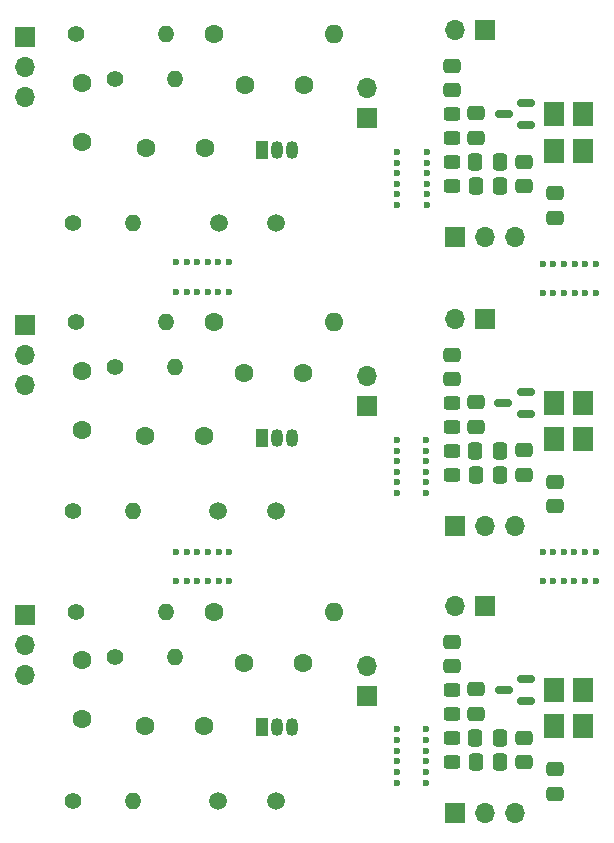
<source format=gbr>
%TF.GenerationSoftware,KiCad,Pcbnew,(6.0.4)*%
%TF.CreationDate,2022-07-15T22:22:15+03:00*%
%TF.ProjectId,panelized,70616e65-6c69-47a6-9564-2e6b69636164,rev?*%
%TF.SameCoordinates,Original*%
%TF.FileFunction,Soldermask,Top*%
%TF.FilePolarity,Negative*%
%FSLAX46Y46*%
G04 Gerber Fmt 4.6, Leading zero omitted, Abs format (unit mm)*
G04 Created by KiCad (PCBNEW (6.0.4)) date 2022-07-15 22:22:15*
%MOMM*%
%LPD*%
G01*
G04 APERTURE LIST*
G04 Aperture macros list*
%AMRoundRect*
0 Rectangle with rounded corners*
0 $1 Rounding radius*
0 $2 $3 $4 $5 $6 $7 $8 $9 X,Y pos of 4 corners*
0 Add a 4 corners polygon primitive as box body*
4,1,4,$2,$3,$4,$5,$6,$7,$8,$9,$2,$3,0*
0 Add four circle primitives for the rounded corners*
1,1,$1+$1,$2,$3*
1,1,$1+$1,$4,$5*
1,1,$1+$1,$6,$7*
1,1,$1+$1,$8,$9*
0 Add four rect primitives between the rounded corners*
20,1,$1+$1,$2,$3,$4,$5,0*
20,1,$1+$1,$4,$5,$6,$7,0*
20,1,$1+$1,$6,$7,$8,$9,0*
20,1,$1+$1,$8,$9,$2,$3,0*%
G04 Aperture macros list end*
%ADD10C,0.600000*%
%ADD11RoundRect,0.250000X0.450000X-0.325000X0.450000X0.325000X-0.450000X0.325000X-0.450000X-0.325000X0*%
%ADD12R,1.800000X2.100000*%
%ADD13RoundRect,0.250000X0.337500X0.475000X-0.337500X0.475000X-0.337500X-0.475000X0.337500X-0.475000X0*%
%ADD14RoundRect,0.250000X-0.475000X0.337500X-0.475000X-0.337500X0.475000X-0.337500X0.475000X0.337500X0*%
%ADD15R,1.700000X1.700000*%
%ADD16O,1.700000X1.700000*%
%ADD17RoundRect,0.150000X0.587500X0.150000X-0.587500X0.150000X-0.587500X-0.150000X0.587500X-0.150000X0*%
%ADD18RoundRect,0.250000X-0.337500X-0.475000X0.337500X-0.475000X0.337500X0.475000X-0.337500X0.475000X0*%
%ADD19RoundRect,0.250000X0.475000X-0.337500X0.475000X0.337500X-0.475000X0.337500X-0.475000X-0.337500X0*%
%ADD20C,1.400000*%
%ADD21O,1.400000X1.400000*%
%ADD22C,1.500000*%
%ADD23C,1.600000*%
%ADD24O,1.600000X1.600000*%
%ADD25R,1.050000X1.500000*%
%ADD26O,1.050000X1.500000*%
G04 APERTURE END LIST*
D10*
%TO.C,REF\u002A\u002A*%
X99797800Y-122707400D03*
X100697800Y-125196600D03*
X98897800Y-125196600D03*
X102497800Y-122707400D03*
X100697800Y-122707400D03*
X97997800Y-122707400D03*
X97997800Y-125196600D03*
X102497800Y-125196600D03*
X101597800Y-122707400D03*
X101597800Y-125196600D03*
X98897800Y-122707400D03*
X99797800Y-125196600D03*
%TD*%
%TO.C,REF\u002A\u002A*%
X99823200Y-98298000D03*
X100723200Y-100787200D03*
X98923200Y-100787200D03*
X102523200Y-98298000D03*
X100723200Y-98298000D03*
X98023200Y-98298000D03*
X98023200Y-100787200D03*
X102523200Y-100787200D03*
X101623200Y-98298000D03*
X101623200Y-100787200D03*
X98923200Y-98298000D03*
X99823200Y-100787200D03*
%TD*%
D11*
%TO.C,L1*%
X90300900Y-91734100D03*
X90300900Y-89684100D03*
%TD*%
D12*
%TO.C,Y1*%
X98936900Y-85620100D03*
X98936900Y-88720100D03*
X101436900Y-88720100D03*
X101436900Y-85620100D03*
%TD*%
D13*
%TO.C,C1*%
X94407900Y-91716100D03*
X92332900Y-91716100D03*
%TD*%
D14*
%TO.C,C2*%
X92332900Y-85577100D03*
X92332900Y-87652100D03*
%TD*%
D15*
%TO.C,J2*%
X93094900Y-78508100D03*
D16*
X90554900Y-78508100D03*
%TD*%
D17*
%TO.C,Q1*%
X96572400Y-86570100D03*
X96572400Y-84670100D03*
X94697400Y-85620100D03*
%TD*%
D18*
%TO.C,RP1*%
X92311400Y-89684100D03*
X94386400Y-89684100D03*
%TD*%
D19*
%TO.C,C3*%
X90300900Y-83631100D03*
X90300900Y-81556100D03*
%TD*%
D11*
%TO.C,L2*%
X90300900Y-87652100D03*
X90300900Y-85602100D03*
%TD*%
D15*
%TO.C,J1*%
X90569900Y-96034100D03*
D16*
X93109900Y-96034100D03*
X95649900Y-96034100D03*
%TD*%
D14*
%TO.C,CP1*%
X96396900Y-89662600D03*
X96396900Y-91737600D03*
%TD*%
D19*
%TO.C,R1*%
X99089300Y-94404600D03*
X99089300Y-92329600D03*
%TD*%
D11*
%TO.C,L2*%
X90294045Y-112106376D03*
X90294045Y-110056376D03*
%TD*%
%TO.C,L1*%
X90294045Y-116188376D03*
X90294045Y-114138376D03*
%TD*%
D15*
%TO.C,J1*%
X90563045Y-120488376D03*
D16*
X93103045Y-120488376D03*
X95643045Y-120488376D03*
%TD*%
D12*
%TO.C,Y1*%
X98930045Y-110074376D03*
X98930045Y-113174376D03*
X101430045Y-113174376D03*
X101430045Y-110074376D03*
%TD*%
D13*
%TO.C,C1*%
X94401045Y-116170376D03*
X92326045Y-116170376D03*
%TD*%
D14*
%TO.C,CP1*%
X96390045Y-114116876D03*
X96390045Y-116191876D03*
%TD*%
%TO.C,C2*%
X92326045Y-110031376D03*
X92326045Y-112106376D03*
%TD*%
D15*
%TO.C,J2*%
X93088045Y-102962376D03*
D16*
X90548045Y-102962376D03*
%TD*%
D17*
%TO.C,Q1*%
X96565545Y-111024376D03*
X96565545Y-109124376D03*
X94690545Y-110074376D03*
%TD*%
D19*
%TO.C,R1*%
X99082445Y-118858876D03*
X99082445Y-116783876D03*
%TD*%
D18*
%TO.C,RP1*%
X92304545Y-114138376D03*
X94379545Y-114138376D03*
%TD*%
D19*
%TO.C,C3*%
X90294045Y-108085376D03*
X90294045Y-106010376D03*
%TD*%
D10*
%TO.C,REF\u002A\u002A*%
X85702600Y-91540400D03*
X88191800Y-90640400D03*
X88191800Y-92440400D03*
X85702600Y-88840400D03*
X85702600Y-90640400D03*
X85702600Y-93340400D03*
X88191800Y-93340400D03*
X88191800Y-88840400D03*
X85702600Y-89740400D03*
X88191800Y-89740400D03*
X85702600Y-92440400D03*
X88191800Y-91540400D03*
%TD*%
D20*
%TO.C,L1*%
X58521600Y-78877494D03*
D21*
X66141600Y-78877494D03*
%TD*%
D15*
%TO.C,J2*%
X83159600Y-85994494D03*
D16*
X83159600Y-83454494D03*
%TD*%
D22*
%TO.C,Y1*%
X75449600Y-94879494D03*
X70569600Y-94879494D03*
%TD*%
D23*
%TO.C,C2*%
X77785600Y-83195494D03*
X72785600Y-83195494D03*
%TD*%
%TO.C,L2*%
X70205600Y-78877494D03*
D24*
X80365600Y-78877494D03*
%TD*%
D15*
%TO.C,J1*%
X54203600Y-79131494D03*
D16*
X54203600Y-81671494D03*
X54203600Y-84211494D03*
%TD*%
D20*
%TO.C,R1*%
X58267600Y-94879494D03*
D21*
X63347600Y-94879494D03*
%TD*%
D20*
%TO.C,RP1*%
X61823600Y-82687494D03*
D21*
X66903600Y-82687494D03*
%TD*%
D23*
%TO.C,C1*%
X59029600Y-87981494D03*
X59029600Y-82981494D03*
%TD*%
%TO.C,CP1*%
X64403600Y-88529494D03*
X69403600Y-88529494D03*
%TD*%
D25*
%TO.C,Q1*%
X74269600Y-88635494D03*
D26*
X75539600Y-88635494D03*
X76809600Y-88635494D03*
%TD*%
D10*
%TO.C,REF\u002A\u002A*%
X85651800Y-115924400D03*
X88141000Y-115024400D03*
X88141000Y-116824400D03*
X85651800Y-113224400D03*
X85651800Y-115024400D03*
X85651800Y-117724400D03*
X88141000Y-117724400D03*
X88141000Y-113224400D03*
X85651800Y-114124400D03*
X88141000Y-114124400D03*
X85651800Y-116824400D03*
X88141000Y-115924400D03*
%TD*%
%TO.C,REF\u002A\u002A*%
X68762000Y-98196400D03*
X69662000Y-100685600D03*
X67862000Y-100685600D03*
X71462000Y-98196400D03*
X69662000Y-98196400D03*
X66962000Y-98196400D03*
X66962000Y-100685600D03*
X71462000Y-100685600D03*
X70562000Y-98196400D03*
X70562000Y-100685600D03*
X67862000Y-98196400D03*
X68762000Y-100685600D03*
%TD*%
D20*
%TO.C,L1*%
X58470800Y-103261494D03*
D21*
X66090800Y-103261494D03*
%TD*%
D15*
%TO.C,J2*%
X83108800Y-110378494D03*
D16*
X83108800Y-107838494D03*
%TD*%
D22*
%TO.C,Y1*%
X75398800Y-119263494D03*
X70518800Y-119263494D03*
%TD*%
D23*
%TO.C,C2*%
X77734800Y-107579494D03*
X72734800Y-107579494D03*
%TD*%
%TO.C,L2*%
X70154800Y-103261494D03*
D24*
X80314800Y-103261494D03*
%TD*%
D15*
%TO.C,J1*%
X54152800Y-103515494D03*
D16*
X54152800Y-106055494D03*
X54152800Y-108595494D03*
%TD*%
D20*
%TO.C,R1*%
X58216800Y-119263494D03*
D21*
X63296800Y-119263494D03*
%TD*%
D20*
%TO.C,RP1*%
X61772800Y-107071494D03*
D21*
X66852800Y-107071494D03*
%TD*%
D23*
%TO.C,C1*%
X58978800Y-112365494D03*
X58978800Y-107365494D03*
%TD*%
%TO.C,CP1*%
X64352800Y-112913494D03*
X69352800Y-112913494D03*
%TD*%
D25*
%TO.C,Q1*%
X74218800Y-113019494D03*
D26*
X75488800Y-113019494D03*
X76758800Y-113019494D03*
%TD*%
D10*
%TO.C,REF\u002A\u002A*%
X85674200Y-140435400D03*
X88163400Y-139535400D03*
X88163400Y-141335400D03*
X85674200Y-137735400D03*
X85674200Y-139535400D03*
X85674200Y-142235400D03*
X88163400Y-142235400D03*
X88163400Y-137735400D03*
X85674200Y-138635400D03*
X88163400Y-138635400D03*
X85674200Y-141335400D03*
X88163400Y-140435400D03*
%TD*%
%TO.C,REF\u002A\u002A*%
X68784400Y-122707400D03*
X69684400Y-125196600D03*
X67884400Y-125196600D03*
X71484400Y-122707400D03*
X69684400Y-122707400D03*
X66984400Y-122707400D03*
X66984400Y-125196600D03*
X71484400Y-125196600D03*
X70584400Y-122707400D03*
X70584400Y-125196600D03*
X67884400Y-122707400D03*
X68784400Y-125196600D03*
%TD*%
D15*
%TO.C,J1*%
X54175200Y-128026494D03*
D16*
X54175200Y-130566494D03*
X54175200Y-133106494D03*
%TD*%
D23*
%TO.C,L2*%
X70177200Y-127772494D03*
D24*
X80337200Y-127772494D03*
%TD*%
D22*
%TO.C,Y1*%
X75421200Y-143774494D03*
X70541200Y-143774494D03*
%TD*%
D20*
%TO.C,L1*%
X58493200Y-127772494D03*
D21*
X66113200Y-127772494D03*
%TD*%
D23*
%TO.C,C2*%
X77757200Y-132090494D03*
X72757200Y-132090494D03*
%TD*%
D15*
%TO.C,J2*%
X83131200Y-134889494D03*
D16*
X83131200Y-132349494D03*
%TD*%
D23*
%TO.C,C1*%
X59001200Y-136876494D03*
X59001200Y-131876494D03*
%TD*%
D20*
%TO.C,R1*%
X58239200Y-143774494D03*
D21*
X63319200Y-143774494D03*
%TD*%
D25*
%TO.C,Q1*%
X74241200Y-137530494D03*
D26*
X75511200Y-137530494D03*
X76781200Y-137530494D03*
%TD*%
D23*
%TO.C,CP1*%
X64375200Y-137424494D03*
X69375200Y-137424494D03*
%TD*%
D20*
%TO.C,RP1*%
X61795200Y-131582494D03*
D21*
X66875200Y-131582494D03*
%TD*%
D11*
%TO.C,L2*%
X90299300Y-136416950D03*
X90299300Y-134366950D03*
%TD*%
D19*
%TO.C,R1*%
X99087700Y-143169450D03*
X99087700Y-141094450D03*
%TD*%
D17*
%TO.C,Q1*%
X96570800Y-135334950D03*
X96570800Y-133434950D03*
X94695800Y-134384950D03*
%TD*%
D11*
%TO.C,L1*%
X90299300Y-140498950D03*
X90299300Y-138448950D03*
%TD*%
D18*
%TO.C,RP1*%
X92309800Y-138448950D03*
X94384800Y-138448950D03*
%TD*%
D12*
%TO.C,Y1*%
X98935300Y-134384950D03*
X98935300Y-137484950D03*
X101435300Y-137484950D03*
X101435300Y-134384950D03*
%TD*%
D13*
%TO.C,C1*%
X94406300Y-140480950D03*
X92331300Y-140480950D03*
%TD*%
D14*
%TO.C,CP1*%
X96395300Y-138427450D03*
X96395300Y-140502450D03*
%TD*%
%TO.C,C2*%
X92331300Y-134341950D03*
X92331300Y-136416950D03*
%TD*%
D15*
%TO.C,J2*%
X93093300Y-127272950D03*
D16*
X90553300Y-127272950D03*
%TD*%
D15*
%TO.C,J1*%
X90568300Y-144798950D03*
D16*
X93108300Y-144798950D03*
X95648300Y-144798950D03*
%TD*%
D19*
%TO.C,C3*%
X90299300Y-132395950D03*
X90299300Y-130320950D03*
%TD*%
M02*

</source>
